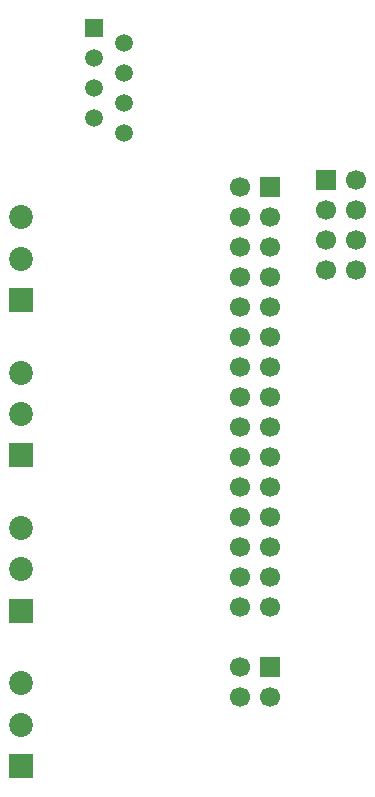
<source format=gbr>
%TF.GenerationSoftware,KiCad,Pcbnew,9.0.1*%
%TF.CreationDate,2025-09-29T10:12:09-04:00*%
%TF.ProjectId,LP_breakout,4c505f62-7265-4616-9b6f-75742e6b6963,rev?*%
%TF.SameCoordinates,Original*%
%TF.FileFunction,Copper,L2,Bot*%
%TF.FilePolarity,Positive*%
%FSLAX46Y46*%
G04 Gerber Fmt 4.6, Leading zero omitted, Abs format (unit mm)*
G04 Created by KiCad (PCBNEW 9.0.1) date 2025-09-29 10:12:09*
%MOMM*%
%LPD*%
G01*
G04 APERTURE LIST*
%TA.AperFunction,ComponentPad*%
%ADD10R,2.025000X2.025000*%
%TD*%
%TA.AperFunction,ComponentPad*%
%ADD11C,2.025000*%
%TD*%
%TA.AperFunction,ComponentPad*%
%ADD12R,1.500000X1.500000*%
%TD*%
%TA.AperFunction,ComponentPad*%
%ADD13C,1.500000*%
%TD*%
%TA.AperFunction,ComponentPad*%
%ADD14R,1.700000X1.700000*%
%TD*%
%TA.AperFunction,ComponentPad*%
%ADD15C,1.700000*%
%TD*%
G04 APERTURE END LIST*
D10*
%TO.P,J9,1,Pin_1*%
%TO.N,/SDI_COMM*%
X81880000Y-97368000D03*
D11*
%TO.P,J9,2,Pin_2*%
%TO.N,/SDI_GND*%
X81880000Y-93868000D03*
%TO.P,J9,3,Pin_3*%
%TO.N,/SDI_PWR*%
X81880000Y-90368000D03*
%TD*%
D10*
%TO.P,J7,1,Pin_1*%
%TO.N,/SDI_COMM*%
X81880000Y-71068000D03*
D11*
%TO.P,J7,2,Pin_2*%
%TO.N,/SDI_GND*%
X81880000Y-67568000D03*
%TO.P,J7,3,Pin_3*%
%TO.N,/SDI_PWR*%
X81880000Y-64068000D03*
%TD*%
D12*
%TO.P,J1,1*%
%TO.N,/BTN_RST_{-}*%
X88100000Y-34868500D03*
D13*
%TO.P,J1,2*%
%TO.N,/BTN_RST_{+}*%
X90640000Y-36138500D03*
%TO.P,J1,3*%
%TO.N,/LED_HDD_{-}*%
X88100000Y-37408500D03*
%TO.P,J1,4*%
%TO.N,/BTN_PWR_{+}*%
X90640000Y-38678500D03*
%TO.P,J1,5*%
%TO.N,/BTN_PWR_{-}*%
X88100000Y-39948500D03*
%TO.P,J1,6*%
%TO.N,/LED_HDD_{+}*%
X90640000Y-41218500D03*
%TO.P,J1,7*%
%TO.N,/LED_PWR_{-}*%
X88100000Y-42488500D03*
%TO.P,J1,8*%
%TO.N,/LED_PWR_{+}*%
X90640000Y-43758500D03*
%TD*%
D10*
%TO.P,J8,1,Pin_1*%
%TO.N,/SDI_COMM*%
X81880000Y-84218000D03*
D11*
%TO.P,J8,2,Pin_2*%
%TO.N,/SDI_GND*%
X81880000Y-80718000D03*
%TO.P,J8,3,Pin_3*%
%TO.N,/SDI_PWR*%
X81880000Y-77218000D03*
%TD*%
D10*
%TO.P,J6,1,Pin_1*%
%TO.N,/SDI_COMM*%
X81880000Y-57918000D03*
D11*
%TO.P,J6,2,Pin_2*%
%TO.N,/SDI_GND*%
X81880000Y-54418000D03*
%TO.P,J6,3,Pin_3*%
%TO.N,/SDI_PWR*%
X81880000Y-50918000D03*
%TD*%
D14*
%TO.P,J3,1,Pin_1*%
%TO.N,/LED_PWR_{+}*%
X107750000Y-47710000D03*
D15*
%TO.P,J3,2,Pin_2*%
%TO.N,/LED_HDD_{+}*%
X110290000Y-47710000D03*
%TO.P,J3,3,Pin_3*%
%TO.N,/LED_PWR_{-}*%
X107750000Y-50250000D03*
%TO.P,J3,4,Pin_4*%
%TO.N,/LED_HDD_{-}*%
X110290000Y-50250000D03*
%TO.P,J3,5,Pin_5*%
%TO.N,/BTN_PWR_{-}*%
X107750000Y-52790000D03*
%TO.P,J3,6,Pin_6*%
%TO.N,/BTN_RST_{+}*%
X110290000Y-52790000D03*
%TO.P,J3,7,Pin_7*%
%TO.N,/BTN_PWR_{+}*%
X107750000Y-55330000D03*
%TO.P,J3,8,Pin_8*%
%TO.N,/BTN_RST_{-}*%
X110290000Y-55330000D03*
%TD*%
D14*
%TO.P,J4,1,Pin_1*%
%TO.N,unconnected-(J4-Pin_1-Pad1)*%
X103000000Y-48350000D03*
D15*
%TO.P,J4,2,Pin_2*%
%TO.N,unconnected-(J4-Pin_2-Pad2)*%
X100460000Y-48350000D03*
%TO.P,J4,3,Pin_3*%
%TO.N,unconnected-(J4-Pin_3-Pad3)*%
X103000000Y-50890000D03*
%TO.P,J4,4,Pin_4*%
%TO.N,unconnected-(J4-Pin_4-Pad4)*%
X100460000Y-50890000D03*
%TO.P,J4,5,Pin_5*%
%TO.N,unconnected-(J4-Pin_5-Pad5)*%
X103000000Y-53430000D03*
%TO.P,J4,6,Pin_6*%
%TO.N,unconnected-(J4-Pin_6-Pad6)*%
X100460000Y-53430000D03*
%TO.P,J4,7,Pin_7*%
%TO.N,unconnected-(J4-Pin_7-Pad7)*%
X103000000Y-55970000D03*
%TO.P,J4,8,Pin_8*%
%TO.N,unconnected-(J4-Pin_8-Pad8)*%
X100460000Y-55970000D03*
%TO.P,J4,9,Pin_9*%
%TO.N,unconnected-(J4-Pin_9-Pad9)*%
X103000000Y-58510000D03*
%TO.P,J4,10,Pin_10*%
%TO.N,unconnected-(J4-Pin_10-Pad10)*%
X100460000Y-58510000D03*
%TO.P,J4,11,Pin_11*%
%TO.N,unconnected-(J4-Pin_11-Pad11)*%
X103000000Y-61050000D03*
%TO.P,J4,12,Pin_12*%
%TO.N,unconnected-(J4-Pin_12-Pad12)*%
X100460000Y-61050000D03*
%TO.P,J4,13,Pin_13*%
%TO.N,unconnected-(J4-Pin_13-Pad13)*%
X103000000Y-63590000D03*
%TO.P,J4,14,Pin_14*%
%TO.N,unconnected-(J4-Pin_14-Pad14)*%
X100460000Y-63590000D03*
%TO.P,J4,15,Pin_15*%
%TO.N,unconnected-(J4-Pin_15-Pad15)*%
X103000000Y-66130000D03*
%TO.P,J4,16,Pin_16*%
%TO.N,unconnected-(J4-Pin_16-Pad16)*%
X100460000Y-66130000D03*
%TO.P,J4,17,Pin_17*%
%TO.N,unconnected-(J4-Pin_17-Pad17)*%
X103000000Y-68670000D03*
%TO.P,J4,18,Pin_18*%
%TO.N,unconnected-(J4-Pin_18-Pad18)*%
X100460000Y-68670000D03*
%TO.P,J4,19,Pin_19*%
%TO.N,/SDI_COMM*%
X103000000Y-71210000D03*
%TO.P,J4,20,Pin_20*%
%TO.N,unconnected-(J4-Pin_20-Pad20)*%
X100460000Y-71210000D03*
%TO.P,J4,21,Pin_21*%
%TO.N,unconnected-(J4-Pin_21-Pad21)*%
X103000000Y-73750000D03*
%TO.P,J4,22,Pin_22*%
%TO.N,unconnected-(J4-Pin_22-Pad22)*%
X100460000Y-73750000D03*
%TO.P,J4,23,Pin_23*%
%TO.N,unconnected-(J4-Pin_23-Pad23)*%
X103000000Y-76290000D03*
%TO.P,J4,24,Pin_24*%
%TO.N,unconnected-(J4-Pin_24-Pad24)*%
X100460000Y-76290000D03*
%TO.P,J4,25,Pin_25*%
%TO.N,unconnected-(J4-Pin_25-Pad25)*%
X103000000Y-78830000D03*
%TO.P,J4,26,Pin_26*%
%TO.N,unconnected-(J4-Pin_26-Pad26)*%
X100460000Y-78830000D03*
%TO.P,J4,27,Pin_27*%
%TO.N,unconnected-(J4-Pin_27-Pad27)*%
X103000000Y-81370000D03*
%TO.P,J4,28,Pin_28*%
%TO.N,unconnected-(J4-Pin_28-Pad28)*%
X100460000Y-81370000D03*
%TO.P,J4,29,Pin_29*%
%TO.N,/SDI_PWR*%
X103000000Y-83910000D03*
%TO.P,J4,30,Pin_30*%
%TO.N,/SDI_GND*%
X100460000Y-83910000D03*
%TD*%
D14*
%TO.P,J5,1,Pin_1*%
%TO.N,unconnected-(J5-Pin_1-Pad1)*%
X103000000Y-89000000D03*
D15*
%TO.P,J5,2,Pin_2*%
%TO.N,unconnected-(J5-Pin_2-Pad2)*%
X100460000Y-89000000D03*
%TO.P,J5,3,Pin_3*%
%TO.N,unconnected-(J5-Pin_3-Pad3)*%
X103000000Y-91540000D03*
%TO.P,J5,4,Pin_4*%
%TO.N,unconnected-(J5-Pin_4-Pad4)*%
X100460000Y-91540000D03*
%TD*%
M02*

</source>
